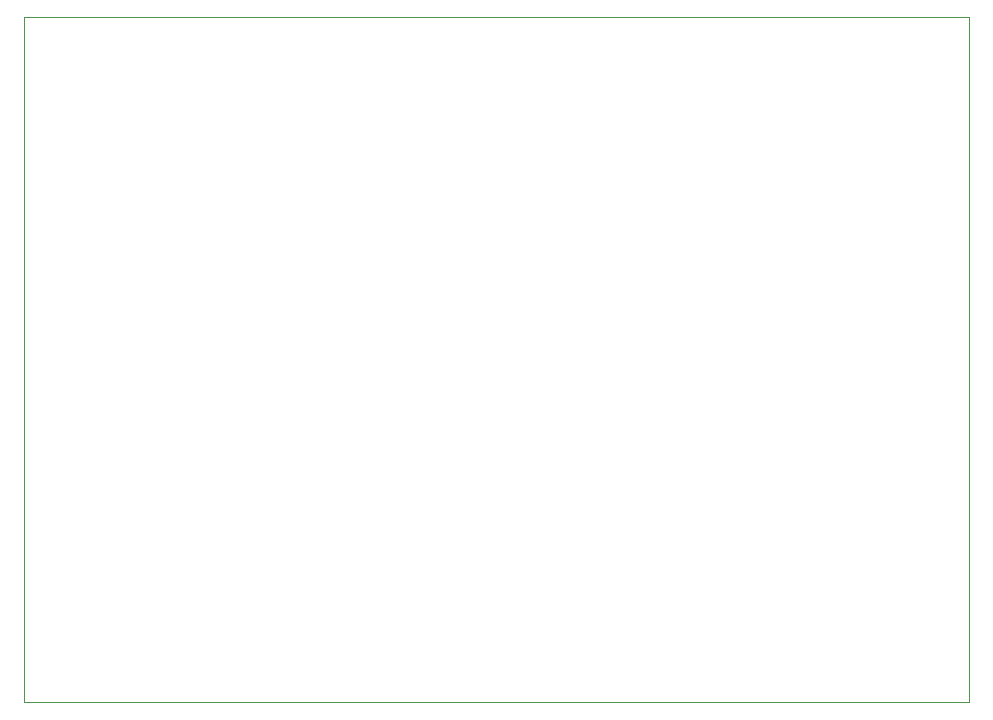
<source format=gbr>
%TF.GenerationSoftware,KiCad,Pcbnew,9.0.0*%
%TF.CreationDate,2025-04-10T10:58:41+02:00*%
%TF.ProjectId,Micro-Mouse Power Subsystem,4d696372-6f2d-44d6-9f75-736520506f77,rev?*%
%TF.SameCoordinates,Original*%
%TF.FileFunction,Profile,NP*%
%FSLAX46Y46*%
G04 Gerber Fmt 4.6, Leading zero omitted, Abs format (unit mm)*
G04 Created by KiCad (PCBNEW 9.0.0) date 2025-04-10 10:58:41*
%MOMM*%
%LPD*%
G01*
G04 APERTURE LIST*
%TA.AperFunction,Profile*%
%ADD10C,0.100000*%
%TD*%
G04 APERTURE END LIST*
D10*
X97100000Y-75350000D02*
X177100000Y-75350000D01*
X177100000Y-133350000D01*
X97100000Y-133350000D01*
X97100000Y-75350000D01*
M02*

</source>
